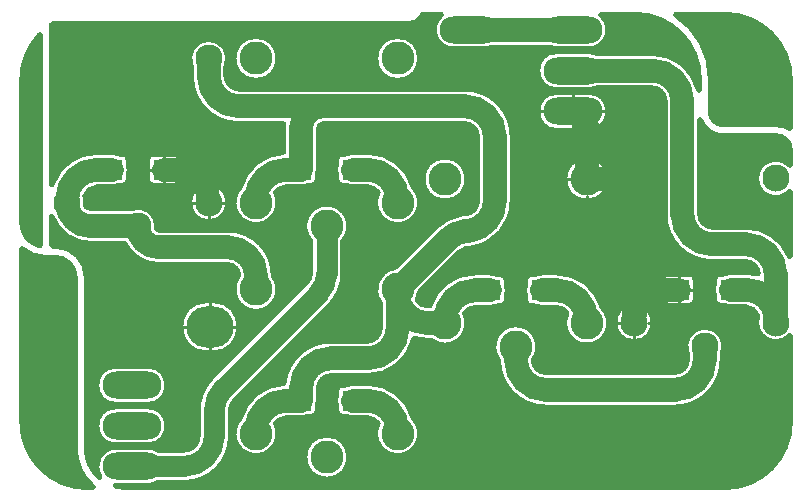
<source format=gbl>
G04 Layer: BottomLayer*
G04 EasyEDA Pro v2.2.45.4, 2025-12-25 15:41:57*
G04 Gerber Generator version 0.3*
G04 Scale: 100 percent, Rotated: No, Reflected: No*
G04 Dimensions in millimeters*
G04 Leading zeros omitted, absolute positions, 4 integers and 5 decimals*
G04 Generated by custom config*
%FSLAX45Y45*%
%MOMM*%
%ADD10C,0.5*%
%ADD11C,0.254*%
%ADD12O,5.0X2.3*%
%ADD13O,4.0X3.5*%
%ADD14C,2.3*%
%ADD15C,2.794*%
%ADD16R,1.8X1.7*%
%ADD17C,2.0*%
%ADD18C,1.8001*%
%ADD19C,1.8*%
G75*


G04 Copper Start*
G36*
G01X198040Y3876545D02*
G01X198040Y2106406D01*
G01X198207Y2100288D01*
G01X173732Y2107729D01*
G01X150474Y2118380D01*
G01X128852Y2132048D01*
G01X109254Y2148488D01*
G01X92033Y2167403D01*
G01X77499Y2188454D01*
G01X65915Y2211261D01*
G01X57488Y2235414D01*
G01X52370Y2260477D01*
G01X50654Y2286000D01*
G01X50654Y3502100D01*
G01X52560Y3547824D01*
G01X58266Y3593231D01*
G01X67731Y3638006D01*
G01X80890Y3681837D01*
G01X97651Y3724421D01*
G01X117899Y3765462D01*
G01X141493Y3804676D01*
G01X168268Y3841789D01*
G01X198040Y3876545D01*
G37*
G36*
G01X50654Y2064886D02*
G01X74075Y2046682D01*
G01X99223Y2030949D01*
G01X125837Y2017848D01*
G01X153643Y2007516D01*
G01X182355Y2000058D01*
G01X211674Y1995553D01*
G01X241300Y1994046D01*
G01X330200Y1994046D01*
G01X353717Y1992364D01*
G01X376755Y1987352D01*
G01X398846Y1979113D01*
G01X419539Y1967814D01*
G01X438413Y1953685D01*
G01X455085Y1937013D01*
G01X469214Y1918139D01*
G01X480513Y1897446D01*
G01X488752Y1875355D01*
G01X493764Y1852317D01*
G01X495446Y1828800D01*
G01X495446Y380079D01*
G01X497442Y338759D01*
G01X503413Y297824D01*
G01X513301Y257655D01*
G01X527016Y218626D01*
G01X544429Y181101D01*
G01X565379Y145430D01*
G01X589669Y111944D01*
G01X617075Y80956D01*
G01X647340Y52754D01*
G01X600000Y52754D01*
G01X554635Y54630D01*
G01X509581Y60246D01*
G01X465144Y69564D01*
G01X421628Y82519D01*
G01X379330Y99024D01*
G01X338540Y118965D01*
G01X299536Y142206D01*
G01X262585Y168589D01*
G01X227938Y197933D01*
G01X195833Y230038D01*
G01X166489Y264685D01*
G01X140106Y301636D01*
G01X116865Y340640D01*
G01X96924Y381430D01*
G01X80419Y423728D01*
G01X67464Y467244D01*
G01X58146Y511681D01*
G01X52530Y556735D01*
G01X50654Y602100D01*
G01X50654Y2064886D01*
G37*
G36*
G01X682701Y2891291D02*
G01X644010Y2889437D01*
G01X605674Y2883892D01*
G01X568044Y2874707D01*
G01X531464Y2861967D01*
G01X496270Y2845786D01*
G01X462784Y2826316D01*
G01X431314Y2803732D01*
G01X402147Y2778243D01*
G01X375550Y2750082D01*
G01X351768Y2719507D01*
G01X331019Y2686798D01*
G01X313492Y2652255D01*
G01X299348Y2616194D01*
G01X299348Y3687209D01*
G01X1463133Y3687209D01*
G01X1464260Y3661778D01*
G01X1469270Y3636821D01*
G01X1478045Y3612926D01*
G01X1478045Y3530600D01*
G01X1479993Y3490937D01*
G01X1485820Y3451656D01*
G01X1495469Y3413135D01*
G01X1508847Y3375746D01*
G01X1525826Y3339847D01*
G01X1546241Y3305786D01*
G01X1569897Y3273890D01*
G01X1596565Y3244466D01*
G01X1625989Y3217798D01*
G01X1657885Y3194142D01*
G01X1691946Y3173727D01*
G01X1727844Y3156748D01*
G01X1765234Y3143370D01*
G01X1803755Y3133721D01*
G01X1843036Y3127895D01*
G01X1882699Y3125946D01*
G01X2261636Y3125946D01*
G01X2261636Y3125946D01*
G01X2259853Y3091387D01*
G01X2259853Y2890500D01*
G01X2259853Y2890500D01*
G01X2221424Y2886459D01*
G01X2183556Y2878772D01*
G01X2146594Y2867508D01*
G01X2110875Y2852770D01*
G01X2076724Y2834692D01*
G01X2044454Y2813439D01*
G01X2014357Y2789205D01*
G01X1986710Y2762211D01*
G01X1961763Y2732703D01*
G01X1939744Y2700950D01*
G01X1920854Y2667242D01*
G01X1905266Y2631885D01*
G01X1893121Y2595203D01*
G01X1875148Y2574019D01*
G01X1860450Y2550443D01*
G01X1849340Y2524980D01*
G01X1842055Y2498170D01*
G01X1838750Y2470586D01*
G01X1839496Y2442814D01*
G01X1844276Y2415446D01*
G01X1852988Y2389066D01*
G01X1865448Y2364235D01*
G01X1881389Y2341482D01*
G01X1900472Y2321292D01*
G01X1922291Y2304094D01*
G01X1946381Y2290256D01*
G01X1972229Y2280071D01*
G01X1999284Y2273758D01*
G01X2026969Y2271449D01*
G01X2054696Y2273195D01*
G01X2081873Y2278959D01*
G01X2107922Y2288616D01*
G01X2132288Y2301963D01*
G01X2154452Y2318714D01*
G01X2173941Y2338513D01*
G01X2190341Y2360938D01*
G01X2203302Y2385511D01*
G01X2212548Y2411708D01*
G01X2217882Y2438973D01*
G01X2219191Y2466724D01*
G01X2216447Y2494370D01*
G01X2209708Y2521322D01*
G01X2199117Y2547006D01*
G01X2211982Y2561675D01*
G01X2227374Y2573664D01*
G01X2244746Y2582547D01*
G01X2263477Y2588007D01*
G01X2282901Y2589849D01*
G01X2363431Y2589849D01*
G01X2386969Y2591699D01*
G01X2409731Y2589851D01*
G01X2432510Y2591464D01*
G01X2454784Y2596502D01*
G01X2476041Y2604849D01*
G01X2500507Y2604849D01*
G01X2513617Y2606575D01*
G01X2525834Y2611635D01*
G01X2536325Y2619685D01*
G01X2544374Y2630176D01*
G01X2549435Y2642392D01*
G01X2551161Y2655503D01*
G01X2551161Y2686529D01*
G01X2556689Y2704067D01*
G01X2560039Y2722148D01*
G01X2561161Y2740503D01*
G01X2561161Y2751533D01*
G01X2698763Y2751533D01*
G01X2698763Y2729472D01*
G01X2701985Y2707648D01*
G01X2708359Y2686529D01*
G01X2708359Y2655503D01*
G01X2710085Y2642392D01*
G01X2715145Y2630176D01*
G01X2723195Y2619685D01*
G01X2733686Y2611635D01*
G01X2745903Y2606575D01*
G01X2759013Y2604849D01*
G01X2783479Y2604849D01*
G01X2804488Y2596578D01*
G01X2826497Y2591540D01*
G01X2849013Y2589849D01*
G01X2974899Y2589849D01*
G01X2994323Y2588007D01*
G01X3013054Y2582547D01*
G01X3030426Y2573664D01*
G01X3045818Y2561675D01*
G01X3058683Y2547006D01*
G01X3048092Y2521322D01*
G01X3041353Y2494370D01*
G01X3038609Y2466724D01*
G01X3039918Y2438973D01*
G01X3045252Y2411708D01*
G01X3054498Y2385511D01*
G01X3067459Y2360938D01*
G01X3083859Y2338513D01*
G01X3103348Y2318714D01*
G01X3125512Y2301963D01*
G01X3149878Y2288616D01*
G01X3175927Y2278959D01*
G01X3203104Y2273195D01*
G01X3230831Y2271449D01*
G01X3258516Y2273758D01*
G01X3258516Y2273758D01*
G01X3285571Y2280071D01*
G01X3311419Y2290256D01*
G01X3335509Y2304094D01*
G01X3357328Y2321292D01*
G01X3376411Y2341482D01*
G01X3392352Y2364235D01*
G01X3404812Y2389066D01*
G01X3413524Y2415446D01*
G01X3418304Y2442814D01*
G01X3419050Y2470586D01*
G01X3415745Y2498170D01*
G01X3408460Y2524980D01*
G01X3397350Y2550443D01*
G01X3382652Y2574019D01*
G01X3364679Y2595203D01*
G01X3351893Y2633540D01*
G01X3339681Y2660753D01*
G01X3438798Y2660753D01*
G01X3440736Y2633663D01*
G01X3446509Y2607124D01*
G01X3456000Y2581677D01*
G01X3469016Y2557840D01*
G01X3485292Y2536098D01*
G01X3504497Y2516893D01*
G01X3526239Y2500617D01*
G01X3550076Y2487601D01*
G01X3575523Y2478110D01*
G01X3602062Y2472336D01*
G01X3629152Y2470399D01*
G01X3656242Y2472336D01*
G01X3682781Y2478110D01*
G01X3708228Y2487601D01*
G01X3732065Y2500617D01*
G01X3753807Y2516893D01*
G01X3773012Y2536098D01*
G01X3789288Y2557840D01*
G01X3802304Y2581677D01*
G01X3811795Y2607124D01*
G01X3817568Y2633663D01*
G01X3819506Y2660753D01*
G01X3817568Y2687843D01*
G01X3811795Y2714382D01*
G01X3802304Y2739829D01*
G01X3789288Y2763666D01*
G01X3773012Y2785408D01*
G01X3753807Y2804613D01*
G01X3732065Y2820889D01*
G01X3708228Y2833905D01*
G01X3682781Y2843396D01*
G01X3656242Y2849169D01*
G01X3629152Y2851107D01*
G01X3629152Y2851107D01*
G01X3602062Y2849169D01*
G01X3575523Y2843396D01*
G01X3550076Y2833905D01*
G01X3526239Y2820889D01*
G01X3504497Y2804613D01*
G01X3485292Y2785408D01*
G01X3469016Y2763666D01*
G01X3456000Y2739829D01*
G01X3446509Y2714382D01*
G01X3440736Y2687843D01*
G01X3438798Y2660753D01*
G01X3339681Y2660753D01*
G01X3335347Y2670409D01*
G01X3315206Y2705445D01*
G01X3291671Y2738296D01*
G01X3264977Y2768637D01*
G01X3235389Y2796163D01*
G01X3203203Y2820601D01*
G01X3168740Y2841707D01*
G01X3132344Y2859270D01*
G01X3094378Y2873116D01*
G01X3055220Y2883105D01*
G01X3015261Y2889139D01*
G01X2974899Y2891157D01*
G01X2849013Y2891157D01*
G01X2849013Y2891157D01*
G01X2826497Y2889465D01*
G01X2804488Y2884427D01*
G01X2783479Y2876156D01*
G01X2759013Y2876156D01*
G01X2745903Y2874430D01*
G01X2733686Y2869370D01*
G01X2723195Y2861320D01*
G01X2715145Y2850829D01*
G01X2710085Y2838613D01*
G01X2708359Y2825502D01*
G01X2708359Y2794476D01*
G01X2701985Y2773357D01*
G01X2698763Y2751533D01*
G01X2561161Y2751533D01*
G01X2561161Y3091387D01*
G01X2562852Y3102066D01*
G01X2567761Y3111700D01*
G01X2575407Y3119346D01*
G01X2585041Y3124255D01*
G01X2595720Y3125946D01*
G01X3797300Y3125946D01*
G01X3817462Y3123960D01*
G01X3836849Y3118079D01*
G01X3854716Y3108529D01*
G01X3870377Y3095677D01*
G01X3883229Y3080016D01*
G01X3892779Y3062149D01*
G01X3898660Y3042762D01*
G01X3900646Y3022600D01*
G01X3900646Y2473932D01*
G01X3899003Y2455576D01*
G01X3894126Y2437805D01*
G01X3886170Y2421182D01*
G01X3875388Y2406236D01*
G01X3862123Y2393443D01*
G01X3846796Y2383210D01*
G01X3829896Y2375861D01*
G01X3811959Y2371631D01*
G01X3797300Y2370586D01*
G01X3794524Y2370586D01*
G01X3773154Y2369063D01*
G01X3736649Y2362108D01*
G01X3700936Y2351834D01*
G01X3666316Y2338326D01*
G01X3633082Y2321700D01*
G01X3601512Y2302095D01*
G01X3571875Y2279677D01*
G01X3544419Y2254634D01*
G01X3204593Y1914809D01*
G01X3204593Y1914809D01*
G01X3178477Y1909575D01*
G01X3153346Y1900746D01*
G01X3129694Y1888496D01*
G01X3107983Y1873065D01*
G01X3088639Y1854754D01*
G01X3072040Y1833922D01*
G01X3058511Y1810977D01*
G01X3048318Y1786369D01*
G01X3041660Y1760578D01*
G01X3038667Y1734111D01*
G01X3039397Y1707484D01*
G01X3043837Y1681221D01*
G01X3051900Y1655834D01*
G01X3063428Y1631822D01*
G01X3078194Y1609653D01*
G01X3078194Y1397140D01*
G01X3076208Y1376979D01*
G01X3070327Y1357592D01*
G01X3060777Y1339725D01*
G01X3047925Y1324064D01*
G01X3032264Y1311211D01*
G01X3014397Y1301661D01*
G01X2995010Y1295780D01*
G01X2974848Y1293794D01*
G01X2664507Y1293794D01*
G01X2625247Y1291885D01*
G01X2586357Y1286176D01*
G01X2548204Y1276721D01*
G01X2511149Y1263608D01*
G01X2475541Y1246963D01*
G01X2441716Y1226941D01*
G01X2409993Y1203731D01*
G01X2380671Y1177554D01*
G01X2354028Y1148655D01*
G01X2330314Y1117307D01*
G01X2309754Y1083807D01*
G01X2292540Y1048470D01*
G01X2278837Y1011629D01*
G01X2268772Y973633D01*
G01X2262442Y934839D01*
G01X2223791Y931016D01*
G01X2185684Y923505D01*
G01X2148474Y912375D01*
G01X2112501Y897729D01*
G01X2078099Y879702D01*
G01X2045583Y858460D01*
G01X2015254Y834198D01*
G01X1987390Y807140D01*
G01X1962248Y777536D01*
G01X1940061Y745657D01*
G01X1921032Y711799D01*
G01X1905337Y676272D01*
G01X1893121Y639403D01*
G01X1875148Y618219D01*
G01X1860450Y594643D01*
G01X1849340Y569180D01*
G01X1842055Y542370D01*
G01X1838750Y514786D01*
G01X1839496Y487014D01*
G01X1844276Y459646D01*
G01X1852988Y433266D01*
G01X1865448Y408435D01*
G01X1881389Y385682D01*
G01X1900472Y365492D01*
G01X1922291Y348294D01*
G01X1946381Y334456D01*
G01X1972229Y324271D01*
G01X1999284Y317958D01*
G01X2026969Y315649D01*
G01X2054696Y317395D01*
G01X2081873Y323159D01*
G01X2107922Y332816D01*
G01X2132288Y346163D01*
G01X2154452Y362914D01*
G01X2173941Y382713D01*
G01X2190341Y405138D01*
G01X2203302Y429711D01*
G01X2212548Y455908D01*
G01X2217882Y483173D01*
G01X2219191Y510924D01*
G01X2216447Y538570D01*
G01X2209708Y565522D01*
G01X2199117Y591206D01*
G01X2199117Y591206D01*
G01X2211982Y605875D01*
G01X2227374Y617864D01*
G01X2244746Y626747D01*
G01X2263477Y632207D01*
G01X2282901Y634049D01*
G01X2410507Y634049D01*
G01X2433022Y635740D01*
G01X2455031Y640778D01*
G01X2476041Y649049D01*
G01X2500507Y649049D01*
G01X2513617Y650775D01*
G01X2525834Y655835D01*
G01X2536325Y663885D01*
G01X2544374Y674376D01*
G01X2549435Y686592D01*
G01X2551161Y699703D01*
G01X2551161Y730729D01*
G01X2556689Y748267D01*
G01X2560039Y766348D01*
G01X2561161Y784703D01*
G01X2561161Y795733D01*
G01X2698763Y795733D01*
G01X2698763Y773672D01*
G01X2701985Y751848D01*
G01X2708359Y730729D01*
G01X2708359Y699703D01*
G01X2710085Y686592D01*
G01X2715145Y674376D01*
G01X2723195Y663885D01*
G01X2733686Y655835D01*
G01X2745903Y650775D01*
G01X2759013Y649049D01*
G01X2783479Y649049D01*
G01X2804488Y640778D01*
G01X2826497Y635740D01*
G01X2849013Y634049D01*
G01X2974899Y634049D01*
G01X2994323Y632207D01*
G01X3013054Y626747D01*
G01X3030426Y617864D01*
G01X3045818Y605875D01*
G01X3058683Y591206D01*
G01X3048092Y565522D01*
G01X3041353Y538570D01*
G01X3038609Y510924D01*
G01X3039918Y483173D01*
G01X3045252Y455908D01*
G01X3054498Y429711D01*
G01X3067459Y405138D01*
G01X3083859Y382713D01*
G01X3103348Y362914D01*
G01X3125512Y346163D01*
G01X3149878Y332816D01*
G01X3175927Y323159D01*
G01X3203104Y317395D01*
G01X3230831Y315649D01*
G01X3258516Y317958D01*
G01X3258516Y317958D01*
G01X3285571Y324271D01*
G01X3311419Y334456D01*
G01X3335509Y348294D01*
G01X3357328Y365492D01*
G01X3376411Y385682D01*
G01X3392352Y408435D01*
G01X3404812Y433266D01*
G01X3413524Y459646D01*
G01X3418304Y487014D01*
G01X3419050Y514786D01*
G01X3415745Y542370D01*
G01X3408460Y569180D01*
G01X3397350Y594643D01*
G01X3382652Y618219D01*
G01X3364679Y639403D01*
G01X3351893Y677740D01*
G01X3335347Y714609D01*
G01X3315206Y749645D01*
G01X3291671Y782496D01*
G01X3264977Y812837D01*
G01X3235389Y840363D01*
G01X3203203Y864801D01*
G01X3168740Y885907D01*
G01X3132344Y903470D01*
G01X3094378Y917316D01*
G01X3055220Y927305D01*
G01X3015261Y933339D01*
G01X2974899Y935357D01*
G01X2849013Y935357D01*
G01X2849013Y935357D01*
G01X2826497Y933665D01*
G01X2804488Y928627D01*
G01X2783479Y920356D01*
G01X2759013Y920356D01*
G01X2745903Y918630D01*
G01X2733686Y913570D01*
G01X2723195Y905520D01*
G01X2715145Y895029D01*
G01X2710085Y882813D01*
G01X2708359Y869702D01*
G01X2708359Y838676D01*
G01X2701985Y817557D01*
G01X2698763Y795733D01*
G01X2561161Y795733D01*
G01X2561161Y889140D01*
G01X2563147Y909302D01*
G01X2569028Y928689D01*
G01X2578578Y946556D01*
G01X2591430Y962217D01*
G01X2607091Y975070D01*
G01X2624958Y984620D01*
G01X2644345Y990501D01*
G01X2664507Y992486D01*
G01X2974848Y992486D01*
G01X3013652Y994351D01*
G01X3052097Y999928D01*
G01X3089831Y1009167D01*
G01X3126505Y1021981D01*
G01X3161782Y1038252D01*
G01X3195335Y1057832D01*
G01X3226856Y1080539D01*
G01X3256055Y1106164D01*
G01X3282662Y1134470D01*
G01X3306431Y1165198D01*
G01X3327145Y1198063D01*
G01X3344612Y1232764D01*
G01X3350532Y1248014D01*
G01X4038885Y1248014D01*
G01X4039717Y1221542D01*
G01X4044214Y1195442D01*
G01X4052291Y1170219D01*
G01X4063790Y1146361D01*
G01X4078490Y1124331D01*
G01X4078490Y1124331D01*
G01X4080982Y1085071D01*
G01X4087273Y1046240D01*
G01X4097306Y1008202D01*
G01X4110985Y971319D01*
G01X4128180Y935938D01*
G01X4148730Y902394D01*
G01X4172439Y871003D01*
G01X4199085Y842064D01*
G01X4228414Y815848D01*
G01X4260151Y792604D01*
G01X4293995Y772551D01*
G01X4329625Y755880D01*
G01X4366707Y742747D01*
G01X4404888Y733276D01*
G01X4443808Y727558D01*
G01X4483100Y725646D01*
G01X4483100Y725646D01*
G01X5575300Y725646D01*
G01X5614963Y727595D01*
G01X5654244Y733421D01*
G01X5692765Y743070D01*
G01X5730154Y756448D01*
G01X5766053Y773427D01*
G01X5800114Y793842D01*
G01X5832010Y817498D01*
G01X5861434Y844166D01*
G01X5888102Y873590D01*
G01X5911758Y905486D01*
G01X5932173Y939547D01*
G01X5949152Y975446D01*
G01X5962530Y1012835D01*
G01X5972179Y1051356D01*
G01X5978005Y1090637D01*
G01X5979954Y1130300D01*
G01X5979954Y1176913D01*
G01X5988729Y1200809D01*
G01X5993739Y1225766D01*
G01X5994866Y1251196D01*
G01X5992083Y1276499D01*
G01X5985457Y1301077D01*
G01X5975143Y1324349D01*
G01X5961385Y1345767D01*
G01X5944509Y1364823D01*
G01X5924912Y1381069D01*
G01X5903057Y1394121D01*
G01X5879461Y1403670D01*
G01X5854680Y1409492D01*
G01X5829300Y1411448D01*
G01X5803920Y1409492D01*
G01X5779139Y1403670D01*
G01X5755543Y1394121D01*
G01X5733688Y1381069D01*
G01X5714091Y1364823D01*
G01X5697215Y1345767D01*
G01X5683457Y1324349D01*
G01X5673143Y1301077D01*
G01X5666517Y1276499D01*
G01X5663734Y1251196D01*
G01X5664861Y1225766D01*
G01X5669871Y1200809D01*
G01X5678646Y1176913D01*
G01X5678646Y1130300D01*
G01X5676660Y1110138D01*
G01X5670779Y1090751D01*
G01X5661229Y1072884D01*
G01X5648377Y1057223D01*
G01X5632716Y1044371D01*
G01X5614849Y1034821D01*
G01X5595462Y1028940D01*
G01X5575300Y1026954D01*
G01X4483100Y1026954D01*
G01X4463639Y1028803D01*
G01X4444874Y1034284D01*
G01X4427477Y1043200D01*
G01X4412070Y1055232D01*
G01X4399205Y1069951D01*
G01X4389341Y1086829D01*
G01X4382833Y1105263D01*
G01X4379912Y1124592D01*
G01X4394573Y1146648D01*
G01X4406031Y1170526D01*
G01X4414064Y1195763D01*
G01X4418516Y1221871D01*
G01X4419302Y1248344D01*
G01X4416406Y1274670D01*
G01X4409883Y1300339D01*
G01X4399862Y1324854D01*
G01X4386534Y1347741D01*
G01X4370159Y1368557D01*
G01X4351053Y1386898D01*
G01X4329586Y1402410D01*
G01X4306175Y1414793D01*
G01X4281271Y1423806D01*
G01X4255357Y1429275D01*
G01X4228935Y1431094D01*
G01X4202516Y1429229D01*
G01X4176612Y1423715D01*
G01X4151723Y1414659D01*
G01X4128333Y1402236D01*
G01X4106894Y1386686D01*
G01X4087820Y1368312D01*
G01X4071481Y1347468D01*
G01X4058193Y1324558D01*
G01X4048213Y1300025D01*
G01X4041736Y1274345D01*
G01X4038885Y1248014D01*
G01X3350532Y1248014D01*
G01X3358670Y1268979D01*
G01X3369191Y1306376D01*
G01X3406504Y1297353D01*
G01X3444503Y1291907D01*
G01X3482848Y1290086D01*
G01X3512748Y1290086D01*
G01X3534022Y1275832D01*
G01X3557017Y1264563D01*
G01X3581316Y1256482D01*
G01X3606480Y1251735D01*
G01X3632053Y1250409D01*
G01X3657573Y1252527D01*
G01X3682578Y1258052D01*
G01X3706615Y1266883D01*
G01X3729249Y1278860D01*
G01X3750070Y1293767D01*
G01X3768703Y1311334D01*
G01X3784809Y1331242D01*
G01X3798097Y1353132D01*
G01X3808327Y1376608D01*
G01X3815313Y1401244D01*
G01X3818929Y1426595D01*
G01X3819110Y1452202D01*
G01X3815852Y1477602D01*
G01X3809214Y1502335D01*
G01X3799317Y1525952D01*
G01X3812182Y1540621D01*
G01X3827574Y1552611D01*
G01X3844946Y1561494D01*
G01X3863677Y1566953D01*
G01X3883101Y1568795D01*
G01X4010707Y1568795D01*
G01X4033222Y1570487D01*
G01X4055231Y1575525D01*
G01X4076241Y1583795D01*
G01X4100707Y1583795D01*
G01X4113817Y1585521D01*
G01X4126034Y1590582D01*
G01X4136525Y1598632D01*
G01X4144574Y1609122D01*
G01X4149635Y1621339D01*
G01X4151361Y1634449D01*
G01X4151361Y1665476D01*
G01X4157735Y1686595D01*
G01X4160957Y1708419D01*
G01X4160957Y1708419D01*
G01X4298963Y1708419D01*
G01X4302185Y1686595D01*
G01X4308559Y1665476D01*
G01X4308559Y1634449D01*
G01X4310285Y1621339D01*
G01X4315345Y1609122D01*
G01X4323395Y1598632D01*
G01X4333886Y1590582D01*
G01X4346103Y1585521D01*
G01X4359213Y1583795D01*
G01X4383679Y1583795D01*
G01X4404688Y1575525D01*
G01X4426697Y1570487D01*
G01X4449213Y1568795D01*
G01X4575099Y1568795D01*
G01X4594523Y1566953D01*
G01X4613254Y1561494D01*
G01X4630626Y1552611D01*
G01X4646018Y1540621D01*
G01X4658883Y1525952D01*
G01X4648292Y1500268D01*
G01X4641553Y1473317D01*
G01X4638809Y1445671D01*
G01X4640118Y1417920D01*
G01X4645452Y1390655D01*
G01X4654698Y1364457D01*
G01X4667659Y1339884D01*
G01X4684059Y1317459D01*
G01X4703548Y1297661D01*
G01X4725712Y1280910D01*
G01X4750078Y1267563D01*
G01X4776127Y1257905D01*
G01X4803304Y1252142D01*
G01X4831031Y1250396D01*
G01X4858716Y1252704D01*
G01X4858716Y1252704D01*
G01X4885771Y1259018D01*
G01X4911619Y1269203D01*
G01X4935709Y1283041D01*
G01X4957528Y1300239D01*
G01X4976611Y1320429D01*
G01X4992552Y1343182D01*
G01X5005012Y1368013D01*
G01X5013724Y1394393D01*
G01X5018504Y1421761D01*
G01X5019250Y1449532D01*
G01X5018208Y1458224D01*
G01X5064111Y1458224D01*
G01X5064111Y1433465D01*
G01X5067801Y1408983D01*
G01X5075099Y1385324D01*
G01X5085841Y1363017D01*
G01X5099788Y1342561D01*
G01X5116628Y1324411D01*
G01X5135985Y1308975D01*
G01X5157427Y1296595D01*
G01X5180474Y1287550D01*
G01X5204612Y1282041D01*
G01X5229301Y1280190D01*
G01X5229301Y1280190D01*
G01X5253991Y1282041D01*
G01X5278128Y1287550D01*
G01X5301176Y1296595D01*
G01X5322617Y1308975D01*
G01X5341974Y1324411D01*
G01X5358814Y1342561D01*
G01X5372762Y1363017D01*
G01X5383504Y1385324D01*
G01X5390802Y1408983D01*
G01X5394492Y1433465D01*
G01X5394492Y1458224D01*
G01X5390802Y1482706D01*
G01X5383504Y1506364D01*
G01X5372762Y1528671D01*
G01X5358814Y1549128D01*
G01X5341974Y1567277D01*
G01X5322617Y1582714D01*
G01X5301176Y1595093D01*
G01X5278128Y1604138D01*
G01X5253991Y1609648D01*
G01X5229301Y1611498D01*
G01X5204612Y1609648D01*
G01X5180474Y1604138D01*
G01X5157427Y1595093D01*
G01X5135985Y1582714D01*
G01X5116628Y1567277D01*
G01X5099788Y1549128D01*
G01X5085841Y1528671D01*
G01X5075099Y1506364D01*
G01X5067801Y1482706D01*
G01X5064111Y1458224D01*
G01X5018208Y1458224D01*
G01X5015945Y1477117D01*
G01X5008660Y1503926D01*
G01X4997550Y1529390D01*
G01X4982852Y1552965D01*
G01X4964879Y1574150D01*
G01X4952093Y1612486D01*
G01X4935547Y1649356D01*
G01X4915406Y1684391D01*
G01X4891871Y1717243D01*
G01X4865177Y1747583D01*
G01X4835589Y1775110D01*
G01X4803403Y1799548D01*
G01X4786929Y1809637D01*
G01X5469152Y1809637D01*
G01X5469152Y1639637D01*
G01X5470878Y1626527D01*
G01X5475938Y1614310D01*
G01X5483988Y1603820D01*
G01X5494479Y1595770D01*
G01X5506696Y1590709D01*
G01X5519806Y1588983D01*
G01X5699806Y1588983D01*
G01X5712916Y1590709D01*
G01X5725133Y1595770D01*
G01X5735623Y1603820D01*
G01X5743673Y1614310D01*
G01X5748734Y1626527D01*
G01X5750460Y1639637D01*
G01X5750460Y1809637D01*
G01X5750460Y1809637D01*
G01X5748734Y1822747D01*
G01X5743673Y1834964D01*
G01X5735623Y1845455D01*
G01X5725133Y1853505D01*
G01X5712916Y1858565D01*
G01X5699806Y1860291D01*
G01X5519806Y1860291D01*
G01X5506696Y1858565D01*
G01X5494479Y1853505D01*
G01X5483988Y1845455D01*
G01X5475938Y1834964D01*
G01X5470878Y1822747D01*
G01X5469152Y1809637D01*
G01X4786929Y1809637D01*
G01X4768940Y1820654D01*
G01X4732544Y1838217D01*
G01X4694578Y1852062D01*
G01X4655420Y1862052D01*
G01X4615461Y1868085D01*
G01X4575099Y1870103D01*
G01X4449213Y1870103D01*
G01X4449213Y1870103D01*
G01X4426697Y1868411D01*
G01X4404688Y1863373D01*
G01X4383679Y1855103D01*
G01X4359213Y1855103D01*
G01X4346103Y1853377D01*
G01X4333886Y1848317D01*
G01X4323395Y1840267D01*
G01X4315345Y1829776D01*
G01X4310285Y1817559D01*
G01X4308559Y1804449D01*
G01X4308559Y1773423D01*
G01X4302185Y1752303D01*
G01X4298963Y1730479D01*
G01X4298963Y1708419D01*
G01X4160957Y1708419D01*
G01X4160957Y1730479D01*
G01X4157735Y1752303D01*
G01X4151361Y1773423D01*
G01X4151361Y1804449D01*
G01X4149635Y1817559D01*
G01X4144574Y1829776D01*
G01X4136525Y1840267D01*
G01X4126034Y1848317D01*
G01X4113817Y1853377D01*
G01X4100707Y1855103D01*
G01X4076241Y1855103D01*
G01X4055231Y1863373D01*
G01X4033222Y1868411D01*
G01X4010707Y1870103D01*
G01X3883101Y1870103D01*
G01X3844119Y1868221D01*
G01X3805499Y1862592D01*
G01X3767601Y1853270D01*
G01X3730778Y1840339D01*
G01X3695372Y1823922D01*
G01X3661711Y1804169D01*
G01X3630110Y1781266D01*
G01X3600863Y1755426D01*
G01X3574241Y1726888D01*
G01X3550492Y1695918D01*
G01X3529836Y1662804D01*
G01X3512467Y1627854D01*
G01X3498546Y1591394D01*
G01X3482848Y1591394D01*
G01X3462758Y1593366D01*
G01X3443434Y1599205D01*
G01X3425614Y1608690D01*
G01X3409978Y1621457D01*
G01X3397122Y1637021D01*
G01X3406534Y1657726D01*
G01X3413410Y1679406D01*
G01X3417650Y1701752D01*
G01X3757475Y2041577D01*
G01X3772553Y2054037D01*
G01X3789709Y2063433D01*
G01X3808328Y2069428D01*
G01X3808328Y2069428D01*
G01X3831570Y2070732D01*
G01X3854698Y2073369D01*
G01X3854698Y2073369D01*
G01X3892526Y2080642D01*
G01X3929492Y2091479D01*
G01X3965259Y2105782D01*
G01X3999505Y2123421D01*
G01X4031918Y2144236D01*
G01X4062205Y2168039D01*
G01X4090091Y2194614D01*
G01X4115324Y2223721D01*
G01X4137675Y2255095D01*
G01X4156941Y2288452D01*
G01X4172949Y2323490D01*
G01X4185552Y2359891D01*
G01X4194637Y2397325D01*
G01X4200120Y2435454D01*
G01X4201954Y2473932D01*
G01X4201954Y2660753D01*
G01X4638694Y2660753D01*
G01X4640632Y2633663D01*
G01X4646405Y2607124D01*
G01X4655896Y2581677D01*
G01X4668912Y2557840D01*
G01X4685188Y2536098D01*
G01X4704393Y2516893D01*
G01X4726135Y2500617D01*
G01X4749972Y2487601D01*
G01X4775419Y2478110D01*
G01X4801958Y2472336D01*
G01X4829048Y2470399D01*
G01X4856138Y2472336D01*
G01X4882677Y2478110D01*
G01X4908124Y2487601D01*
G01X4931961Y2500617D01*
G01X4953703Y2516893D01*
G01X4972908Y2536098D01*
G01X4989184Y2557840D01*
G01X5002200Y2581677D01*
G01X5011691Y2607124D01*
G01X5017464Y2633663D01*
G01X5019402Y2660753D01*
G01X5017464Y2687843D01*
G01X5011691Y2714382D01*
G01X5002200Y2739829D01*
G01X4989184Y2763666D01*
G01X4972908Y2785408D01*
G01X4953703Y2804613D01*
G01X4931961Y2820889D01*
G01X4908124Y2833905D01*
G01X4882677Y2843396D01*
G01X4856138Y2849169D01*
G01X4829048Y2851107D01*
G01X4829048Y2851107D01*
G01X4801958Y2849169D01*
G01X4775419Y2843396D01*
G01X4749972Y2833905D01*
G01X4726135Y2820889D01*
G01X4704393Y2804613D01*
G01X4685188Y2785408D01*
G01X4668912Y2763666D01*
G01X4655896Y2739829D01*
G01X4646405Y2714382D01*
G01X4640632Y2687843D01*
G01X4638694Y2660753D01*
G01X4201954Y2660753D01*
G01X4201954Y3022600D01*
G01X4200005Y3062263D01*
G01X4194179Y3101544D01*
G01X4184530Y3140065D01*
G01X4171152Y3177454D01*
G01X4154173Y3213353D01*
G01X4134725Y3245799D01*
G01X4411509Y3245799D01*
G01X4411509Y3221041D01*
G01X4415199Y3196559D01*
G01X4422497Y3172900D01*
G01X4433239Y3150593D01*
G01X4447187Y3130136D01*
G01X4464027Y3111987D01*
G01X4483384Y3096550D01*
G01X4504825Y3084171D01*
G01X4527873Y3075126D01*
G01X4552011Y3069616D01*
G01X4576700Y3067766D01*
G01X4846700Y3067766D01*
G01X4871389Y3069616D01*
G01X4895527Y3075126D01*
G01X4918575Y3084171D01*
G01X4940016Y3096550D01*
G01X4959373Y3111987D01*
G01X4976213Y3130136D01*
G01X4990161Y3150593D01*
G01X5000903Y3172900D01*
G01X5008201Y3196559D01*
G01X5011891Y3221041D01*
G01X5011891Y3245799D01*
G01X5008201Y3270281D01*
G01X5000903Y3293940D01*
G01X4990161Y3316247D01*
G01X4976213Y3336704D01*
G01X4959373Y3354853D01*
G01X4940016Y3370290D01*
G01X4918575Y3382669D01*
G01X4895527Y3391714D01*
G01X4871389Y3397224D01*
G01X4846700Y3399074D01*
G01X4846700Y3399074D01*
G01X4576700Y3399074D01*
G01X4552011Y3397224D01*
G01X4527873Y3391714D01*
G01X4504825Y3382669D01*
G01X4483384Y3370290D01*
G01X4464027Y3354853D01*
G01X4447187Y3336704D01*
G01X4433239Y3316247D01*
G01X4422497Y3293940D01*
G01X4415199Y3270281D01*
G01X4411509Y3245799D01*
G01X4134725Y3245799D01*
G01X4133758Y3247414D01*
G01X4110102Y3279310D01*
G01X4083434Y3308734D01*
G01X4054010Y3335402D01*
G01X4022114Y3359058D01*
G01X3988053Y3379473D01*
G01X3952154Y3396452D01*
G01X3914765Y3409830D01*
G01X3876244Y3419479D01*
G01X3836963Y3425305D01*
G01X3797300Y3427254D01*
G01X1882699Y3427254D01*
G01X1862537Y3429240D01*
G01X1843150Y3435121D01*
G01X1825283Y3444671D01*
G01X1809622Y3457523D01*
G01X1796770Y3473184D01*
G01X1787220Y3491051D01*
G01X1781339Y3510438D01*
G01X1779353Y3530600D01*
G01X1779353Y3612926D01*
G01X1788127Y3636821D01*
G01X1793137Y3661778D01*
G01X1794025Y3681806D01*
G01X1838598Y3681806D01*
G01X1840536Y3654716D01*
G01X1846309Y3628177D01*
G01X1855800Y3602730D01*
G01X1868816Y3578893D01*
G01X1885092Y3557151D01*
G01X1904297Y3537946D01*
G01X1926039Y3521670D01*
G01X1949876Y3508654D01*
G01X1975323Y3499163D01*
G01X2001862Y3493390D01*
G01X2028952Y3491452D01*
G01X2056042Y3493390D01*
G01X2082581Y3499163D01*
G01X2108028Y3508654D01*
G01X2131865Y3521670D01*
G01X2153607Y3537946D01*
G01X2172812Y3557151D01*
G01X2189088Y3578893D01*
G01X2202104Y3602730D01*
G01X2211595Y3628177D01*
G01X2217368Y3654716D01*
G01X2219306Y3681806D01*
G01X3038494Y3681806D01*
G01X3040432Y3654716D01*
G01X3046205Y3628177D01*
G01X3055696Y3602730D01*
G01X3068712Y3578893D01*
G01X3084988Y3557151D01*
G01X3104193Y3537946D01*
G01X3125935Y3521670D01*
G01X3149772Y3508654D01*
G01X3175219Y3499163D01*
G01X3201758Y3493390D01*
G01X3228848Y3491452D01*
G01X3255938Y3493390D01*
G01X3282477Y3499163D01*
G01X3307924Y3508654D01*
G01X3331761Y3521670D01*
G01X3353503Y3537946D01*
G01X3372708Y3557151D01*
G01X3388984Y3578893D01*
G01X3402000Y3602730D01*
G01X3411491Y3628177D01*
G01X3417264Y3654716D01*
G01X3419202Y3681806D01*
G01X3417264Y3708896D01*
G01X3411491Y3735435D01*
G01X3402000Y3760882D01*
G01X3388984Y3784719D01*
G01X3372708Y3806462D01*
G01X3353503Y3825666D01*
G01X3331761Y3841942D01*
G01X3307924Y3854958D01*
G01X3282477Y3864449D01*
G01X3255938Y3870223D01*
G01X3228848Y3872160D01*
G01X3228848Y3872160D01*
G01X3201758Y3870223D01*
G01X3175219Y3864449D01*
G01X3149772Y3854958D01*
G01X3125935Y3841942D01*
G01X3104193Y3825666D01*
G01X3084988Y3806462D01*
G01X3068712Y3784719D01*
G01X3055696Y3760882D01*
G01X3046205Y3735435D01*
G01X3040432Y3708896D01*
G01X3038494Y3681806D01*
G01X2219306Y3681806D01*
G01X2217368Y3708896D01*
G01X2211595Y3735435D01*
G01X2202104Y3760882D01*
G01X2189088Y3784719D01*
G01X2172812Y3806462D01*
G01X2153607Y3825666D01*
G01X2131865Y3841942D01*
G01X2108028Y3854958D01*
G01X2082581Y3864449D01*
G01X2056042Y3870223D01*
G01X2028952Y3872160D01*
G01X2028952Y3872160D01*
G01X2001862Y3870223D01*
G01X1975323Y3864449D01*
G01X1949876Y3854958D01*
G01X1926039Y3841942D01*
G01X1904297Y3825666D01*
G01X1885092Y3806462D01*
G01X1868816Y3784719D01*
G01X1855800Y3760882D01*
G01X1846309Y3735435D01*
G01X1840536Y3708896D01*
G01X1838598Y3681806D01*
G01X1794025Y3681806D01*
G01X1794264Y3687209D01*
G01X1791482Y3712512D01*
G01X1784856Y3737089D01*
G01X1774542Y3760362D01*
G01X1760784Y3781779D01*
G01X1743908Y3800836D01*
G01X1724311Y3817082D01*
G01X1702456Y3830134D01*
G01X1678860Y3839683D01*
G01X1654079Y3845504D01*
G01X1628699Y3847460D01*
G01X1603319Y3845504D01*
G01X1578538Y3839683D01*
G01X1554942Y3830134D01*
G01X1533087Y3817082D01*
G01X1513490Y3800836D01*
G01X1496613Y3781779D01*
G01X1482856Y3760362D01*
G01X1472542Y3737089D01*
G01X1465916Y3712512D01*
G01X1463133Y3687209D01*
G01X299348Y3687209D01*
G01X299348Y3961871D01*
G01X314435Y3971390D01*
G01X3323554Y3971390D01*
G01X3345352Y3973221D01*
G01X3366539Y3978661D01*
G01X3386523Y3987558D01*
G01X3404743Y3999663D01*
G01X3420689Y4014637D01*
G01X3433915Y4032061D01*
G01X3444049Y4051446D01*
G01X3594216Y4051446D01*
G01X3576094Y4033795D01*
G01X3560871Y4013590D01*
G01X3548902Y3991304D01*
G01X3540466Y3967454D01*
G01X3535760Y3942598D01*
G01X3534893Y3917315D01*
G01X3537887Y3892195D01*
G01X3544670Y3867824D01*
G01X3555086Y3844770D01*
G01X3568890Y3823571D01*
G01X3585761Y3804721D01*
G01X3605306Y3788660D01*
G01X3627068Y3775761D01*
G01X3650541Y3766328D01*
G01X3675176Y3760578D01*
G01X3700400Y3758646D01*
G01X3970400Y3758646D01*
G01X3993999Y3760336D01*
G01X4017117Y3765370D01*
G01X4039281Y3773646D01*
G01X4507819Y3773646D01*
G01X4529983Y3765370D01*
G01X4553101Y3760336D01*
G01X4576700Y3758646D01*
G01X4846700Y3758646D01*
G01X4871924Y3760578D01*
G01X4896559Y3766328D01*
G01X4920032Y3775761D01*
G01X4941794Y3788660D01*
G01X4961339Y3804721D01*
G01X4978210Y3823571D01*
G01X4992014Y3844770D01*
G01X5002430Y3867824D01*
G01X5009213Y3892195D01*
G01X5012207Y3917315D01*
G01X5011340Y3942598D01*
G01X5006634Y3967454D01*
G01X4998198Y3991304D01*
G01X4986229Y4013590D01*
G01X4971006Y4033795D01*
G01X4952884Y4051446D01*
G01X5239442Y4051446D01*
G01X5283969Y4049604D01*
G01X5328192Y4044092D01*
G01X5371809Y4034947D01*
G01X5414522Y4022231D01*
G01X5456038Y4006031D01*
G01X5496075Y3986458D01*
G01X5534359Y3963646D01*
G01X5570628Y3937750D01*
G01X5604635Y3908947D01*
G01X5636147Y3877435D01*
G01X5664950Y3843428D01*
G01X5690846Y3807159D01*
G01X5713658Y3768875D01*
G01X5733231Y3728838D01*
G01X5749431Y3687322D01*
G01X5762147Y3644609D01*
G01X5771292Y3600992D01*
G01X5776804Y3556769D01*
G01X5778646Y3512242D01*
G01X5778646Y3417759D01*
G01X5767973Y3454949D01*
G01X5753797Y3490951D01*
G01X5736247Y3525434D01*
G01X5715484Y3558083D01*
G01X5691698Y3588600D01*
G01X5665105Y3616705D01*
G01X5635950Y3642143D01*
G01X5604499Y3664679D01*
G01X5571039Y3684109D01*
G01X5535877Y3700254D01*
G01X5499333Y3712967D01*
G01X5461742Y3722132D01*
G01X5423448Y3727664D01*
G01X5384800Y3729514D01*
G01X4915581Y3729514D01*
G01X4893417Y3737790D01*
G01X4870299Y3742824D01*
G01X4846700Y3744514D01*
G01X4576700Y3744514D01*
G01X4552011Y3742664D01*
G01X4527873Y3737154D01*
G01X4504825Y3728109D01*
G01X4483384Y3715730D01*
G01X4464027Y3700293D01*
G01X4447187Y3682144D01*
G01X4433239Y3661687D01*
G01X4422497Y3639380D01*
G01X4415199Y3615721D01*
G01X4411509Y3591239D01*
G01X4411509Y3566481D01*
G01X4415199Y3541999D01*
G01X4422497Y3518340D01*
G01X4433239Y3496033D01*
G01X4447187Y3475576D01*
G01X4464027Y3457427D01*
G01X4483384Y3441990D01*
G01X4504825Y3429611D01*
G01X4527873Y3420566D01*
G01X4552011Y3415056D01*
G01X4576700Y3413206D01*
G01X4846700Y3413206D01*
G01X4870299Y3414896D01*
G01X4893417Y3419930D01*
G01X4915581Y3428206D01*
G01X5384800Y3428206D01*
G01X5404962Y3426220D01*
G01X5424349Y3420339D01*
G01X5442216Y3410789D01*
G01X5457877Y3397937D01*
G01X5470729Y3382276D01*
G01X5480279Y3364409D01*
G01X5486160Y3345022D01*
G01X5488146Y3324860D01*
G01X5488146Y2362200D01*
G01X5490095Y2322537D01*
G01X5495921Y2283256D01*
G01X5505570Y2244735D01*
G01X5518948Y2207346D01*
G01X5535927Y2171447D01*
G01X5556342Y2137386D01*
G01X5579998Y2105490D01*
G01X5606666Y2076066D01*
G01X5636090Y2049398D01*
G01X5667986Y2025742D01*
G01X5702047Y2005327D01*
G01X5737946Y1988348D01*
G01X5775335Y1974970D01*
G01X5813856Y1965321D01*
G01X5853137Y1959495D01*
G01X5892800Y1957546D01*
G01X6175299Y1957546D01*
G01X6194509Y1955745D01*
G01X6213049Y1950404D01*
G01X6230274Y1941711D01*
G01X6245583Y1929967D01*
G01X6258441Y1915582D01*
G01X6268402Y1899057D01*
G01X6275118Y1880969D01*
G01X6278354Y1861948D01*
G01X6244427Y1869343D01*
G01X6209990Y1873801D01*
G01X6175299Y1875291D01*
G01X6048312Y1875291D01*
G01X6025796Y1873599D01*
G01X6003787Y1868561D01*
G01X5982778Y1860291D01*
G01X5958312Y1860291D01*
G01X5945201Y1858565D01*
G01X5932985Y1853505D01*
G01X5922494Y1845455D01*
G01X5914444Y1834964D01*
G01X5909384Y1822747D01*
G01X5907658Y1809637D01*
G01X5907658Y1778611D01*
G01X5901283Y1757491D01*
G01X5898062Y1735667D01*
G01X5898062Y1713607D01*
G01X5901283Y1691783D01*
G01X5907658Y1670664D01*
G01X5907658Y1639637D01*
G01X5909384Y1626527D01*
G01X5914444Y1614310D01*
G01X5922494Y1603820D01*
G01X5932985Y1595770D01*
G01X5945201Y1590709D01*
G01X5958312Y1588983D01*
G01X5982778Y1588983D01*
G01X6003787Y1580713D01*
G01X6025796Y1575675D01*
G01X6048312Y1573983D01*
G01X6175299Y1573983D01*
G01X6193768Y1572319D01*
G01X6211642Y1567382D01*
G01X6228347Y1559329D01*
G01X6243343Y1548421D01*
G01X6256149Y1535009D01*
G01X6266351Y1519523D01*
G01X6273622Y1502464D01*
G01X6266854Y1478292D01*
G01X6263816Y1453374D01*
G01X6264578Y1428284D01*
G01X6269123Y1403597D01*
G01X6277345Y1379880D01*
G01X6289057Y1357677D01*
G01X6303989Y1337499D01*
G01X6321798Y1319809D01*
G01X6342076Y1305013D01*
G01X6364357Y1293451D01*
G01X6388128Y1285388D01*
G01X6412845Y1281010D01*
G01X6437940Y1280416D01*
G01X6462837Y1283621D01*
G01X6486963Y1290551D01*
G01X6509766Y1301047D01*
G01X6530720Y1314868D01*
G01X6549346Y1331696D01*
G01X6549346Y602100D01*
G01X6547470Y556735D01*
G01X6541854Y511681D01*
G01X6532536Y467244D01*
G01X6519581Y423728D01*
G01X6503076Y381430D01*
G01X6483135Y340640D01*
G01X6459894Y301636D01*
G01X6433511Y264685D01*
G01X6404167Y230038D01*
G01X6372062Y197933D01*
G01X6337415Y168589D01*
G01X6300464Y142206D01*
G01X6261460Y118965D01*
G01X6220670Y99024D01*
G01X6178372Y82519D01*
G01X6134856Y69564D01*
G01X6090419Y60246D01*
G01X6045365Y54630D01*
G01X6000000Y52754D01*
G01X924079Y52754D01*
G01X896812Y53892D01*
G01X869734Y57297D01*
G01X843034Y62946D01*
G01X1112900Y62946D01*
G01X1135874Y64547D01*
G01X1158405Y69319D01*
G01X1180056Y77169D01*
G01X1200408Y87946D01*
G01X1422400Y87946D01*
G01X1461083Y89846D01*
G01X1499393Y95529D01*
G01X1536962Y104940D01*
G01X1573428Y117987D01*
G01X1608439Y134546D01*
G01X1641658Y154457D01*
G01X1672766Y177528D01*
G01X1701462Y203538D01*
G01X1727472Y232234D01*
G01X1750543Y263342D01*
G01X1770454Y296561D01*
G01X1774915Y305994D01*
G01X2438546Y305994D01*
G01X2440484Y278904D01*
G01X2446257Y252365D01*
G01X2455748Y226918D01*
G01X2468764Y203081D01*
G01X2485040Y181338D01*
G01X2504245Y162134D01*
G01X2525987Y145858D01*
G01X2549824Y132842D01*
G01X2575271Y123351D01*
G01X2601810Y117577D01*
G01X2628900Y115640D01*
G01X2655990Y117577D01*
G01X2682529Y123351D01*
G01X2707976Y132842D01*
G01X2731813Y145858D01*
G01X2753555Y162134D01*
G01X2772760Y181338D01*
G01X2789036Y203081D01*
G01X2802052Y226918D01*
G01X2811543Y252365D01*
G01X2817316Y278904D01*
G01X2819254Y305994D01*
G01X2817316Y333084D01*
G01X2811543Y359623D01*
G01X2802052Y385070D01*
G01X2789036Y408907D01*
G01X2772760Y430649D01*
G01X2753555Y449854D01*
G01X2731813Y466130D01*
G01X2707976Y479146D01*
G01X2682529Y488637D01*
G01X2655990Y494410D01*
G01X2628900Y496348D01*
G01X2628900Y496348D01*
G01X2601810Y494410D01*
G01X2575271Y488637D01*
G01X2549824Y479146D01*
G01X2525987Y466130D01*
G01X2504245Y449854D01*
G01X2485040Y430649D01*
G01X2468764Y408907D01*
G01X2455748Y385070D01*
G01X2446257Y359623D01*
G01X2440484Y333084D01*
G01X2438546Y305994D01*
G01X1774915Y305994D01*
G01X1787013Y331572D01*
G01X1800060Y368038D01*
G01X1809471Y405607D01*
G01X1815154Y443917D01*
G01X1817054Y482600D01*
G01X1817054Y702922D01*
G01X1818449Y720653D01*
G01X1822601Y737947D01*
G01X1829408Y754380D01*
G01X1838701Y769545D01*
G01X1850252Y783069D01*
G01X2653963Y1586780D01*
G01X2679972Y1615476D01*
G01X2703043Y1646584D01*
G01X2722954Y1679804D01*
G01X2739513Y1714815D01*
G01X2752560Y1751280D01*
G01X2761971Y1788849D01*
G01X2767654Y1827159D01*
G01X2769554Y1865842D01*
G01X2769554Y2133532D01*
G01X2786545Y2155104D01*
G01X2800256Y2178897D01*
G01X2810400Y2204415D01*
G01X2816767Y2231126D01*
G01X2819225Y2258476D01*
G01X2817722Y2285895D01*
G01X2812289Y2312813D01*
G01X2803040Y2338669D01*
G01X2790167Y2362925D01*
G01X2773938Y2385076D01*
G01X2754691Y2404662D01*
G01X2732826Y2421274D01*
G01X2708798Y2434568D01*
G01X2683107Y2444266D01*
G01X2656289Y2450167D01*
G01X2628900Y2452148D01*
G01X2601511Y2450167D01*
G01X2574693Y2444266D01*
G01X2549002Y2434568D01*
G01X2524974Y2421274D01*
G01X2503109Y2404662D01*
G01X2483862Y2385076D01*
G01X2467633Y2362925D01*
G01X2454760Y2338669D01*
G01X2445511Y2312813D01*
G01X2440078Y2285895D01*
G01X2438575Y2258476D01*
G01X2441033Y2231126D01*
G01X2447400Y2204415D01*
G01X2457544Y2178897D01*
G01X2471255Y2155104D01*
G01X2488246Y2133532D01*
G01X2488246Y1865842D01*
G01X2486851Y1848111D01*
G01X2482699Y1830816D01*
G01X2475892Y1814384D01*
G01X2466599Y1799219D01*
G01X2455048Y1785694D01*
G01X1651338Y981984D01*
G01X1651338Y981984D01*
G01X1625328Y953287D01*
G01X1602257Y922179D01*
G01X1582346Y888960D01*
G01X1565787Y853949D01*
G01X1552740Y817484D01*
G01X1543329Y779915D01*
G01X1537646Y741604D01*
G01X1535746Y702922D01*
G01X1535746Y482600D01*
G01X1534024Y462918D01*
G01X1528910Y443833D01*
G01X1520561Y425927D01*
G01X1509228Y409743D01*
G01X1495257Y395772D01*
G01X1479073Y384439D01*
G01X1461167Y376090D01*
G01X1442082Y370976D01*
G01X1422400Y369254D01*
G01X1200408Y369254D01*
G01X1180056Y380031D01*
G01X1158405Y387881D01*
G01X1135874Y392653D01*
G01X1112900Y394254D01*
G01X842900Y394254D01*
G01X817480Y392292D01*
G01X792662Y386452D01*
G01X769034Y376874D01*
G01X747156Y363782D01*
G01X727546Y347489D01*
G01X710668Y328379D01*
G01X696923Y306906D01*
G01X686635Y283578D01*
G01X680050Y258948D01*
G01X677321Y233598D01*
G01X678516Y208131D01*
G01X683604Y183148D01*
G01X692465Y159241D01*
G01X704890Y136978D01*
G01X680699Y161201D01*
G01X659169Y187817D01*
G01X640538Y216537D01*
G01X625007Y247046D01*
G01X612749Y279009D01*
G01X603895Y312079D01*
G01X598544Y345892D01*
G01X596754Y380079D01*
G01X596754Y583879D01*
G01X677709Y583879D01*
G01X677709Y559121D01*
G01X681399Y534639D01*
G01X688697Y510980D01*
G01X699439Y488673D01*
G01X713387Y468216D01*
G01X730227Y450067D01*
G01X749584Y434630D01*
G01X771025Y422251D01*
G01X794073Y413206D01*
G01X818211Y407696D01*
G01X842900Y405846D01*
G01X842900Y405846D01*
G01X1112900Y405846D01*
G01X1137589Y407696D01*
G01X1161727Y413206D01*
G01X1184775Y422251D01*
G01X1206216Y434630D01*
G01X1225573Y450067D01*
G01X1242413Y468216D01*
G01X1256361Y488673D01*
G01X1267103Y510980D01*
G01X1274401Y534639D01*
G01X1278091Y559121D01*
G01X1278091Y583879D01*
G01X1274401Y608361D01*
G01X1267103Y632020D01*
G01X1256361Y654327D01*
G01X1242413Y674784D01*
G01X1225573Y692933D01*
G01X1206216Y708370D01*
G01X1184775Y720749D01*
G01X1161727Y729794D01*
G01X1137589Y735304D01*
G01X1112900Y737154D01*
G01X842900Y737154D01*
G01X818211Y735304D01*
G01X794073Y729794D01*
G01X771025Y720749D01*
G01X749584Y708370D01*
G01X730227Y692933D01*
G01X713387Y674784D01*
G01X699439Y654327D01*
G01X688697Y632020D01*
G01X681399Y608361D01*
G01X677709Y583879D01*
G01X596754Y583879D01*
G01X596754Y926779D01*
G01X677709Y926779D01*
G01X677709Y902021D01*
G01X681399Y877539D01*
G01X688697Y853880D01*
G01X699439Y831573D01*
G01X713387Y811116D01*
G01X730227Y792967D01*
G01X749584Y777530D01*
G01X771025Y765151D01*
G01X794073Y756106D01*
G01X818211Y750596D01*
G01X842900Y748746D01*
G01X842900Y748746D01*
G01X1112900Y748746D01*
G01X1137589Y750596D01*
G01X1161727Y756106D01*
G01X1184775Y765151D01*
G01X1206216Y777530D01*
G01X1225573Y792967D01*
G01X1242413Y811116D01*
G01X1256361Y831573D01*
G01X1267103Y853880D01*
G01X1274401Y877539D01*
G01X1278091Y902021D01*
G01X1278091Y926779D01*
G01X1274401Y951261D01*
G01X1267103Y974920D01*
G01X1256361Y997227D01*
G01X1242413Y1017684D01*
G01X1225573Y1035833D01*
G01X1206216Y1051270D01*
G01X1184775Y1063649D01*
G01X1161727Y1072694D01*
G01X1137589Y1078204D01*
G01X1112900Y1080054D01*
G01X842900Y1080054D01*
G01X818211Y1078204D01*
G01X794073Y1072694D01*
G01X771025Y1063649D01*
G01X749584Y1051270D01*
G01X730227Y1035833D01*
G01X713387Y1017684D01*
G01X699439Y997227D01*
G01X688697Y974920D01*
G01X681399Y951261D01*
G01X677709Y926779D01*
G01X596754Y926779D01*
G01X596754Y1409700D01*
G01X1387646Y1409700D01*
G01X1389577Y1380246D01*
G01X1395335Y1351296D01*
G01X1404823Y1323346D01*
G01X1417878Y1296873D01*
G01X1434277Y1272331D01*
G01X1453739Y1250139D01*
G01X1475931Y1230677D01*
G01X1500473Y1214278D01*
G01X1526946Y1201223D01*
G01X1554897Y1191735D01*
G01X1583846Y1185977D01*
G01X1613300Y1184046D01*
G01X1663300Y1184046D01*
G01X1692754Y1185977D01*
G01X1721703Y1191735D01*
G01X1749654Y1201223D01*
G01X1776127Y1214278D01*
G01X1800669Y1230677D01*
G01X1822861Y1250139D01*
G01X1842323Y1272331D01*
G01X1858722Y1296873D01*
G01X1871777Y1323346D01*
G01X1881265Y1351296D01*
G01X1887023Y1380246D01*
G01X1888954Y1409700D01*
G01X1887023Y1439154D01*
G01X1881265Y1468104D01*
G01X1871777Y1496054D01*
G01X1858722Y1522527D01*
G01X1842323Y1547069D01*
G01X1822861Y1569261D01*
G01X1800669Y1588723D01*
G01X1776127Y1605122D01*
G01X1749654Y1618177D01*
G01X1721703Y1627665D01*
G01X1692754Y1633423D01*
G01X1663300Y1635354D01*
G01X1663300Y1635354D01*
G01X1613300Y1635354D01*
G01X1583846Y1633423D01*
G01X1554897Y1627665D01*
G01X1526946Y1618177D01*
G01X1500473Y1605122D01*
G01X1475931Y1588723D01*
G01X1453739Y1569261D01*
G01X1434277Y1547069D01*
G01X1417878Y1522527D01*
G01X1404823Y1496054D01*
G01X1395335Y1468104D01*
G01X1389577Y1439154D01*
G01X1387646Y1409700D01*
G01X596754Y1409700D01*
G01X596754Y1828800D01*
G01X594810Y1860930D01*
G01X589008Y1892591D01*
G01X579432Y1923321D01*
G01X566222Y1952674D01*
G01X549570Y1980220D01*
G01X529718Y2005558D01*
G01X506958Y2028318D01*
G01X481620Y2048170D01*
G01X454074Y2064822D01*
G01X424721Y2078032D01*
G01X393991Y2087608D01*
G01X362330Y2093410D01*
G01X330200Y2095354D01*
G01X310400Y2095354D01*
G01X304874Y2096835D01*
G01X300829Y2100880D01*
G01X299348Y2106406D01*
G01X299348Y2341483D01*
G01X313271Y2308660D01*
G01X330454Y2277421D01*
G01X350720Y2248087D01*
G01X373860Y2220963D01*
G01X399634Y2196328D01*
G01X427776Y2174438D01*
G01X457995Y2155518D01*
G01X489979Y2139764D01*
G01X523398Y2127338D01*
G01X557905Y2118370D01*
G01X593144Y2112952D01*
G01X628752Y2111140D01*
G01X914486Y2111140D01*
G01X932726Y2079968D01*
G01X954268Y2050979D01*
G01X978851Y2024520D01*
G01X1006182Y2000910D01*
G01X1035931Y1980431D01*
G01X1067742Y1963329D01*
G01X1101233Y1949810D01*
G01X1136002Y1940036D01*
G01X1171631Y1934124D01*
G01X1207694Y1932146D01*
G01X1790700Y1932146D01*
G01X1807790Y1930463D01*
G01X1824222Y1925478D01*
G01X1839367Y1917383D01*
G01X1852641Y1906489D01*
G01X1863535Y1893215D01*
G01X1871630Y1878070D01*
G01X1876615Y1861638D01*
G01X1878298Y1844548D01*
G01X1878298Y1842359D01*
G01X1863604Y1820318D01*
G01X1852112Y1796450D01*
G01X1844045Y1771217D01*
G01X1839559Y1745109D01*
G01X1838741Y1718632D01*
G01X1841607Y1692297D01*
G01X1848101Y1666614D01*
G01X1858097Y1642082D01*
G01X1871402Y1619176D01*
G01X1887759Y1598338D01*
G01X1906850Y1579973D01*
G01X1928306Y1564436D01*
G01X1951710Y1552028D01*
G01X1976611Y1542990D01*
G01X2002526Y1537496D01*
G01X2028952Y1535652D01*
G01X2055378Y1537496D01*
G01X2081293Y1542990D01*
G01X2106194Y1552028D01*
G01X2129598Y1564436D01*
G01X2151054Y1579973D01*
G01X2170145Y1598338D01*
G01X2186502Y1619176D01*
G01X2199807Y1642082D01*
G01X2209803Y1666614D01*
G01X2216297Y1692297D01*
G01X2219163Y1718632D01*
G01X2218345Y1745109D01*
G01X2213859Y1771217D01*
G01X2205792Y1796450D01*
G01X2194300Y1820318D01*
G01X2179606Y1842359D01*
G01X2179606Y1844548D01*
G01X2177733Y1882667D01*
G01X2172133Y1920420D01*
G01X2162860Y1957441D01*
G01X2150002Y1993376D01*
G01X2133684Y2027877D01*
G01X2114064Y2060613D01*
G01X2091328Y2091267D01*
G01X2065698Y2119546D01*
G01X2037419Y2145176D01*
G01X2006765Y2167912D01*
G01X1974029Y2187532D01*
G01X1939528Y2203850D01*
G01X1903593Y2216708D01*
G01X1866572Y2225981D01*
G01X1828819Y2231581D01*
G01X1790700Y2233454D01*
G01X1207694Y2233454D01*
G01X1199843Y2234563D01*
G01X1192607Y2237803D01*
G01X1194349Y2263099D01*
G01X1192209Y2288364D01*
G01X1186239Y2313006D01*
G01X1176578Y2336449D01*
G01X1163452Y2358142D01*
G01X1147170Y2377578D01*
G01X1128112Y2394302D01*
G01X1106725Y2407921D01*
G01X1083510Y2418117D01*
G01X1059011Y2424651D01*
G01X1033802Y2427369D01*
G01X1008473Y2426208D01*
G01X983618Y2421195D01*
G01X959819Y2412448D01*
G01X628752Y2412448D01*
G01X618174Y2413594D01*
G01X608088Y2416978D01*
G01X598960Y2422443D01*
G01X591214Y2429737D01*
G01X594066Y2452062D01*
G01X593869Y2474224D01*
G01X1463508Y2474224D01*
G01X1463508Y2449465D01*
G01X1467198Y2424983D01*
G01X1474496Y2401324D01*
G01X1485238Y2379017D01*
G01X1499186Y2358561D01*
G01X1516026Y2340411D01*
G01X1535383Y2324975D01*
G01X1556824Y2312595D01*
G01X1579872Y2303550D01*
G01X1604009Y2298041D01*
G01X1628699Y2296190D01*
G01X1628699Y2296190D01*
G01X1653388Y2298041D01*
G01X1677526Y2303550D01*
G01X1700573Y2312595D01*
G01X1722015Y2324975D01*
G01X1741372Y2340411D01*
G01X1758212Y2358561D01*
G01X1772159Y2379017D01*
G01X1782901Y2401324D01*
G01X1790199Y2424983D01*
G01X1793889Y2449465D01*
G01X1793889Y2474224D01*
G01X1790199Y2498706D01*
G01X1782901Y2522364D01*
G01X1772159Y2544671D01*
G01X1758212Y2565128D01*
G01X1741372Y2583277D01*
G01X1722015Y2598714D01*
G01X1700573Y2611093D01*
G01X1677526Y2620138D01*
G01X1653388Y2625648D01*
G01X1628699Y2627498D01*
G01X1604009Y2625648D01*
G01X1579872Y2620138D01*
G01X1556824Y2611093D01*
G01X1535383Y2598714D01*
G01X1516026Y2583277D01*
G01X1499186Y2565128D01*
G01X1485238Y2544671D01*
G01X1474496Y2522364D01*
G01X1467198Y2498706D01*
G01X1463508Y2474224D01*
G01X593869Y2474224D01*
G01X593866Y2474568D01*
G01X590616Y2496839D01*
G01X584378Y2518464D01*
G01X591649Y2535523D01*
G01X601851Y2551009D01*
G01X614657Y2564421D01*
G01X629653Y2575329D01*
G01X646358Y2583382D01*
G01X664232Y2588319D01*
G01X682701Y2589983D01*
G01X809206Y2589983D01*
G01X831721Y2591675D01*
G01X853730Y2596713D01*
G01X874740Y2604983D01*
G01X899206Y2604983D01*
G01X912316Y2606709D01*
G01X924533Y2611770D01*
G01X935023Y2619820D01*
G01X943073Y2630310D01*
G01X948134Y2642527D01*
G01X949860Y2655637D01*
G01X949860Y2686664D01*
G01X956234Y2707783D01*
G01X959456Y2729607D01*
G01X959456Y2751667D01*
G01X956234Y2773491D01*
G01X949860Y2794611D01*
G01X949860Y2825637D01*
G01X1107058Y2825637D01*
G01X1107058Y2655637D01*
G01X1107058Y2655637D01*
G01X1108784Y2642527D01*
G01X1113844Y2630310D01*
G01X1121894Y2619820D01*
G01X1132385Y2611770D01*
G01X1144601Y2606709D01*
G01X1157712Y2604983D01*
G01X1337711Y2604983D01*
G01X1350822Y2606709D01*
G01X1363038Y2611770D01*
G01X1373529Y2619820D01*
G01X1381579Y2630310D01*
G01X1386639Y2642527D01*
G01X1388365Y2655637D01*
G01X1388365Y2825637D01*
G01X1386639Y2838747D01*
G01X1381579Y2850964D01*
G01X1373529Y2861455D01*
G01X1363038Y2869505D01*
G01X1350822Y2874565D01*
G01X1337711Y2876291D01*
G01X1157712Y2876291D01*
G01X1144601Y2874565D01*
G01X1132385Y2869505D01*
G01X1121894Y2861455D01*
G01X1113844Y2850964D01*
G01X1108784Y2838747D01*
G01X1107058Y2825637D01*
G01X949860Y2825637D01*
G01X948134Y2838747D01*
G01X943073Y2850964D01*
G01X935023Y2861455D01*
G01X924533Y2869505D01*
G01X912316Y2874565D01*
G01X899206Y2876291D01*
G01X874740Y2876291D01*
G01X853730Y2884561D01*
G01X831721Y2889599D01*
G01X809206Y2891291D01*
G01X682701Y2891291D01*
G37*
G36*
G01X5879954Y3225800D02*
G01X5879954Y3512242D01*
G01X5878057Y3561497D01*
G01X5872379Y3610460D01*
G01X5862952Y3658841D01*
G01X5849832Y3706354D01*
G01X5833098Y3752717D01*
G01X5812848Y3797656D01*
G01X5789202Y3840905D01*
G01X5762301Y3882208D01*
G01X5732302Y3921319D01*
G01X5699386Y3958008D01*
G01X5663745Y3992057D01*
G01X5625591Y4023265D01*
G01X5585151Y4051446D01*
G01X6000000Y4051446D01*
G01X6045365Y4049570D01*
G01X6090419Y4043954D01*
G01X6134856Y4034636D01*
G01X6178372Y4021681D01*
G01X6220670Y4005176D01*
G01X6261460Y3985235D01*
G01X6300464Y3961994D01*
G01X6337415Y3935611D01*
G01X6372062Y3906267D01*
G01X6404167Y3874162D01*
G01X6433511Y3839515D01*
G01X6459894Y3802564D01*
G01X6483135Y3763560D01*
G01X6503076Y3722770D01*
G01X6519581Y3680472D01*
G01X6532536Y3636956D01*
G01X6541854Y3592519D01*
G01X6547470Y3547465D01*
G01X6549346Y3502100D01*
G01X6549346Y3092969D01*
G01X6523603Y3106375D01*
G01X6496269Y3116135D01*
G01X6467856Y3122065D01*
G01X6438900Y3124054D01*
G01X5981700Y3124054D01*
G01X5961850Y3126009D01*
G01X5942763Y3131799D01*
G01X5925173Y3141201D01*
G01X5909755Y3153855D01*
G01X5897101Y3169273D01*
G01X5887699Y3186863D01*
G01X5881909Y3205950D01*
G01X5879954Y3225800D01*
G37*
G36*
G01X5789454Y2362200D02*
G01X5789454Y3160437D01*
G01X5800284Y3134591D01*
G01X5814569Y3110482D01*
G01X5832038Y3088570D01*
G01X5852357Y3069271D01*
G01X5875139Y3052954D01*
G01X5899951Y3039929D01*
G01X5926320Y3030444D01*
G01X5953744Y3024680D01*
G01X5981700Y3022746D01*
G01X6438900Y3022746D01*
G01X6458079Y3021068D01*
G01X6476675Y3016085D01*
G01X6494123Y3007949D01*
G01X6509893Y2996907D01*
G01X6523507Y2983293D01*
G01X6534549Y2967523D01*
G01X6542685Y2950075D01*
G01X6547668Y2931479D01*
G01X6549346Y2912300D01*
G01X6549346Y2779954D01*
G01X6531092Y2796494D01*
G01X6510587Y2810144D01*
G01X6488285Y2820602D01*
G01X6464679Y2827638D01*
G01X6440290Y2831095D01*
G01X6415659Y2830897D01*
G01X6391328Y2827050D01*
G01X6367838Y2819636D01*
G01X6345706Y2808822D01*
G01X6325423Y2794845D01*
G01X6307437Y2778015D01*
G01X6292145Y2758704D01*
G01X6279886Y2737339D01*
G01X6270930Y2714392D01*
G01X6265476Y2690371D01*
G01X6263645Y2665806D01*
G01X6265476Y2641242D01*
G01X6270930Y2617221D01*
G01X6279886Y2594274D01*
G01X6292145Y2572909D01*
G01X6307437Y2553597D01*
G01X6325423Y2536767D01*
G01X6345706Y2522791D01*
G01X6367838Y2511976D01*
G01X6391328Y2504563D01*
G01X6415659Y2500715D01*
G01X6440290Y2500518D01*
G01X6464679Y2503975D01*
G01X6488285Y2511010D01*
G01X6510587Y2521469D01*
G01X6531092Y2535119D01*
G01X6549346Y2551658D01*
G01X6549346Y2008581D01*
G01X6549346Y2008581D01*
G01X6532393Y2044538D01*
G01X6511993Y2078659D01*
G01X6488344Y2110613D01*
G01X6461674Y2140092D01*
G01X6432239Y2166812D01*
G01X6400325Y2190515D01*
G01X6366240Y2210972D01*
G01X6330311Y2227986D01*
G01X6292886Y2241393D01*
G01X6254327Y2251062D01*
G01X6215004Y2256901D01*
G01X6175299Y2258854D01*
G01X5892800Y2258854D01*
G01X5872638Y2260840D01*
G01X5853251Y2266721D01*
G01X5835384Y2276271D01*
G01X5819723Y2289123D01*
G01X5806871Y2304784D01*
G01X5797321Y2322651D01*
G01X5791440Y2342038D01*
G01X5789454Y2362200D01*
G37*
G54D10*
G01X198040Y3876545D02*
G01X198040Y2106406D01*
G03X198207Y2100288I112360J0D01*
G02X50654Y2286000I43093J185712D01*
G01X50654Y3502100D01*
G02X198040Y3876545I549346J0D01*
G01X50654Y2064886D02*
G03X241300Y1994046I190646J221114D01*
G01X330200Y1994046D01*
G02X495446Y1828800I0J-165246D01*
G01X495446Y380079D01*
G03X647340Y52754I428633J0D01*
G01X600000Y52754D01*
G02X50654Y602100I0J549346D01*
G01X50654Y2064886D01*
G01X682701Y2891291D02*
G03X299348Y2616194I0J-404654D01*
G01X299348Y3961871D01*
G02X314435Y3971390I300652J-459771D01*
G01X3323554Y3971390D01*
G03X3444049Y4051446I0J130710D01*
G01X3594216Y4051446D01*
G03X3700400Y3758646I106184J-127146D01*
G01X3970400Y3758646D01*
G03X4039281Y3773646I0J165654D01*
G01X4507819Y3773646D01*
G03X4576700Y3758646I68881J150654D01*
G01X4846700Y3758646D01*
G03X4952884Y4051446I0J165654D01*
G01X5239442Y4051446D01*
G02X5778646Y3512242I0J-539204D01*
G01X5778646Y3417759D01*
G03X5384800Y3729514I-393846J-92899D01*
G01X4915581Y3729514D01*
G03X4846700Y3744514I-68881J-150654D01*
G01X4576700Y3744514D01*
G03X4576700Y3413206I0J-165654D01*
G01X4846700Y3413206D01*
G03X4915581Y3428206I0J165654D01*
G01X5384800Y3428206D01*
G02X5488146Y3324860I0J-103346D01*
G01X5488146Y2362200D01*
G03X5892800Y1957546I404654J0D01*
G01X6175299Y1957546D01*
G02X6278354Y1861948I0J-103346D01*
G03X6175299Y1875291I-103055J-391311D01*
G01X6048312Y1875291D01*
G03X5982778Y1860291I0J-150654D01*
G01X5958312Y1860291D01*
G03X5907658Y1809637I0J-50654D01*
G01X5907658Y1778611D01*
G03X5907658Y1670664I140654J-53974D01*
G01X5907658Y1639637D01*
G03X5958312Y1588983I50654J0D01*
G01X5982778Y1588983D01*
G03X6048312Y1573983I65534J135654D01*
G01X6175299Y1573983D01*
G02X6273622Y1502464I0J-103346D01*
G03X6342076Y1305013I155677J-56620D01*
G03X6549346Y1331696I87223J140831D01*
G01X6549346Y602100D01*
G02X6000000Y52754I-549346J0D01*
G01X924079Y52754D01*
G02X843034Y62946I0J327325D01*
G01X1112900Y62946D01*
G03X1200408Y87946I0J165654D01*
G01X1422400Y87946D01*
G03X1817054Y482600I0J394654D01*
G01X1817054Y702922D01*
G02X1850252Y783069I113346J0D01*
G01X2653963Y1586780D01*
G03X2769554Y1865842I-279063J279062D01*
G01X2769554Y2133532D01*
G03X2628900Y2452148I-140654J128262D01*
G03X2488246Y2133532I0J-190354D01*
G01X2488246Y1865842D01*
G02X2455048Y1785694I-113346J0D01*
G01X1651338Y981984D01*
G03X1535746Y702922I279062J-279062D01*
G01X1535746Y482600D01*
G02X1422400Y369254I-113346J0D01*
G01X1200408Y369254D01*
G03X1112900Y394254I-87508J-140654D01*
G01X842900Y394254D01*
G03X704890Y136978I0J-165654D01*
G02X596754Y380079I219189J243101D01*
G01X596754Y1828800D01*
G03X330200Y2095354I-266554J0D01*
G01X310400Y2095354D01*
G02X299348Y2106406I0J11052D01*
G01X299348Y2341483D01*
G03X628752Y2111140I329404J120361D01*
G01X914486Y2111140D01*
G03X1207694Y1932146I293208J150654D01*
G01X1790700Y1932146D01*
G02X1878298Y1844548I0J-87598D01*
G01X1878298Y1842359D01*
G03X2028952Y1535652I150654J-116353D01*
G03X2179606Y1842359I0J190354D01*
G01X2179606Y1844548D01*
G03X1790700Y2233454I-388906J0D01*
G01X1207694Y2233454D01*
G02X1192607Y2237803I0J28340D01*
G03X1128112Y2394302I-163907J23990D01*
G03X959819Y2412448I-99412J-132508D01*
G01X628752Y2412448D01*
G02X591214Y2429737I0J49396D01*
G03X584378Y2518464I-162512J32108D01*
G02X682701Y2589983I98323J-31827D01*
G01X809206Y2589983D01*
G03X874740Y2604983I0J150654D01*
G01X899206Y2604983D01*
G03X949860Y2655637I0J50654D01*
G01X949860Y2686664D01*
G03X949860Y2794611I-140654J53974D01*
G01X949860Y2825637D01*
G03X899206Y2876291I-50654J0D01*
G01X874740Y2876291D01*
G03X809206Y2891291I-65534J-135654D01*
G01X682701Y2891291D01*
G01X842900Y748746D02*
G01X1112900Y748746D01*
G03X1112900Y1080054I0J165654D01*
G01X842900Y1080054D01*
G03X842900Y748746I0J-165654D01*
G01X842900Y405846D02*
G01X1112900Y405846D01*
G03X1112900Y737154I0J165654D01*
G01X842900Y737154D01*
G03X842900Y405846I0J-165654D01*
G01X1107058Y2655637D02*
G03X1157712Y2604983I50654J0D01*
G01X1337711Y2604983D01*
G03X1388365Y2655637I0J50654D01*
G01X1388365Y2825637D01*
G03X1337711Y2876291I-50654J0D01*
G01X1157712Y2876291D01*
G03X1107058Y2825637I0J-50654D01*
G01X1107058Y2655637D01*
G01X1663300Y1635354D02*
G01X1613300Y1635354D01*
G03X1613300Y1184046I0J-225654D01*
G01X1663300Y1184046D01*
G03X1663300Y1635354I0J225654D01*
G01X3204593Y1914809D02*
G03X3078194Y1609653I24255J-188802D01*
G01X3078194Y1397140D01*
G02X2974848Y1293794I-103346J0D01*
G01X2664507Y1293794D01*
G03X2262442Y934839I0J-404654D01*
G03X1893121Y639403I20460J-404136D01*
G03X1999284Y317958I135781J-133410D01*
G03X2199117Y591206I29618J188036D01*
G02X2282901Y634049I83784J-60503D01*
G01X2410507Y634049D01*
G03X2476041Y649049I0J150654D01*
G01X2500507Y649049D01*
G03X2551161Y699703I0J50654D01*
G01X2551161Y730729D01*
G03X2561161Y784703I-140654J53974D01*
G01X2561161Y889140D01*
G02X2664507Y992486I103346J0D01*
G01X2974848Y992486D01*
G03X3369191Y1306376I0J404654D01*
G03X3482848Y1290086I113657J388365D01*
G01X3512748Y1290086D01*
G03X3750070Y1293767I116353J150654D01*
G03X3799317Y1525952I-120969J146973D01*
G02X3883101Y1568795I83784J-60503D01*
G01X4010707Y1568795D01*
G03X4076241Y1583795I0J150654D01*
G01X4100707Y1583795D01*
G03X4151361Y1634449I0J50654D01*
G01X4151361Y1665476D01*
G03X4151361Y1773423I-140654J53974D01*
G01X4151361Y1804449D01*
G03X4100707Y1855103I-50654J0D01*
G01X4076241Y1855103D01*
G03X4010707Y1870103I-65534J-135654D01*
G01X3883101Y1870103D01*
G03X3498546Y1591394I0J-404654D01*
G01X3482848Y1591394D01*
G02X3397122Y1637021I0J103346D01*
G03X3417650Y1701752I-168274J88985D01*
G01X3757475Y2041577D01*
G02X3808328Y2069428I73077J-73077D01*
G03X3854698Y2073369I-11028J404504D01*
G03X4201954Y2473932I-57398J400563D01*
G01X4201954Y3022600D01*
G03X3797300Y3427254I-404654J0D01*
G01X1882699Y3427254D01*
G02X1779353Y3530600I0J103346D01*
G01X1779353Y3612926D01*
G03X1628699Y3847460I-150654J68881D01*
G03X1478045Y3612926I0J-165654D01*
G01X1478045Y3530600D01*
G03X1882699Y3125946I404654J0D01*
G01X2261636Y3125946D01*
G03X2259853Y3091387I334084J-34559D01*
G01X2259853Y2890500D01*
G03X1893121Y2595203I23048J-403997D01*
G03X1999284Y2273758I135781J-133410D01*
G03X2199117Y2547006I29618J188036D01*
G02X2282901Y2589849I83784J-60503D01*
G01X2363431Y2589849D01*
G03X2386969Y2591699I0J150654D01*
G03X2476041Y2604849I23538J148804D01*
G01X2500507Y2604849D01*
G03X2551161Y2655503I0J50654D01*
G01X2551161Y2686529D01*
G03X2561161Y2740503I-140654J53974D01*
G01X2561161Y3091387D01*
G02X2595720Y3125946I34559J0D01*
G01X3797300Y3125946D01*
G02X3900646Y3022600I0J-103346D01*
G01X3900646Y2473932D01*
G02X3811959Y2371631I-103346J0D01*
G02X3797300Y2370586I-14659J102302D01*
G01X3794524Y2370586D01*
G03X3773154Y2369063I0J-150654D01*
G03X3544419Y2254634I57398J-400562D01*
G01X3204593Y1914809D01*
G01X1628699Y2296190D02*
G03X1628699Y2627498I0J165654D01*
G03X1628699Y2296190I0J-165654D01*
G01X2028952Y3872160D02*
G03X2028952Y3491452I0J-190354D01*
G03X2028952Y3872160I0J190354D01*
G01X2628900Y496348D02*
G03X2628900Y115640I0J-190354D01*
G03X2628900Y496348I0J190354D01*
G01X2849013Y935357D02*
G03X2783479Y920356I0J-150654D01*
G01X2759013Y920356D01*
G03X2708359Y869702I0J-50654D01*
G01X2708359Y838676D01*
G03X2708359Y730729I140654J-53974D01*
G01X2708359Y699703D01*
G03X2759013Y649049I50654J0D01*
G01X2783479Y649049D01*
G03X2849013Y634049I65534J135654D01*
G01X2974899Y634049D01*
G02X3058683Y591206I0J-103346D01*
G03X3258516Y317958I170216J-85212D01*
G03X3364679Y639403I-29618J188036D01*
G03X2974899Y935357I-389781J-108701D01*
G01X2849013Y935357D01*
G01X2849013Y2891157D02*
G03X2783479Y2876156I0J-150654D01*
G01X2759013Y2876156D01*
G03X2708359Y2825502I0J-50654D01*
G01X2708359Y2794476D01*
G03X2708359Y2686529I140654J-53974D01*
G01X2708359Y2655503D01*
G03X2759013Y2604849I50654J0D01*
G01X2783479Y2604849D01*
G03X2849013Y2589849I65534J135654D01*
G01X2974899Y2589849D01*
G02X3058683Y2547006I0J-103346D01*
G03X3258516Y2273758I170216J-85212D01*
G03X3364679Y2595203I-29618J188036D01*
G03X2974899Y2891157I-389781J-108701D01*
G01X2849013Y2891157D01*
G01X3228848Y3872160D02*
G03X3228848Y3491452I0J-190354D01*
G03X3228848Y3872160I0J190354D01*
G01X3629152Y2851107D02*
G03X3629152Y2470399I0J-190354D01*
G03X3629152Y2851107I0J190354D01*
G01X4483100Y725646D02*
G01X5575300Y725646D01*
G03X5979954Y1130300I0J404654D01*
G01X5979954Y1176913D01*
G03X5829300Y1411448I-150654J68881D01*
G03X5678646Y1176913I0J-165654D01*
G01X5678646Y1130300D01*
G02X5575300Y1026954I-103346J0D01*
G01X4483100Y1026954D01*
G02X4379912Y1124592I0J103346D01*
G03X4228935Y1431094I-150812J116148D01*
G03X4078490Y1124331I165J-190354D01*
G03X4483100Y725646I404610J5969D01*
G01X4449213Y1870103D02*
G03X4383679Y1855103I0J-150654D01*
G01X4359213Y1855103D01*
G03X4308559Y1804449I0J-50654D01*
G01X4308559Y1773423D01*
G03X4308559Y1665476I140654J-53974D01*
G01X4308559Y1634449D01*
G03X4359213Y1583795I50654J0D01*
G01X4383679Y1583795D01*
G03X4449213Y1568795I65534J135654D01*
G01X4575099Y1568795D01*
G02X4658883Y1525952I0J-103346D01*
G03X4858716Y1252704I170216J-85212D01*
G03X4964879Y1574150I-29618J188036D01*
G03X4575099Y1870103I-389781J-108701D01*
G01X4449213Y1870103D01*
G01X4846700Y3399074D02*
G01X4576700Y3399074D01*
G03X4576700Y3067766I0J-165654D01*
G01X4846700Y3067766D01*
G03X4846700Y3399074I0J165654D01*
G01X4829048Y2851107D02*
G03X4829048Y2470399I0J-190354D01*
G03X4829048Y2851107I0J190354D01*
G01X5229301Y1280190D02*
G03X5229301Y1611498I0J165654D01*
G03X5229301Y1280190I0J-165654D01*
G01X5750460Y1809637D02*
G03X5699806Y1860291I-50654J0D01*
G01X5519806Y1860291D01*
G03X5469152Y1809637I0J-50654D01*
G01X5469152Y1639637D01*
G03X5519806Y1588983I50654J0D01*
G01X5699806Y1588983D01*
G03X5750460Y1639637I0J50654D01*
G01X5750460Y1809637D01*
G01X5879954Y3225800D02*
G01X5879954Y3512242D01*
G03X5585151Y4051446I-640512J0D01*
G01X6000000Y4051446D01*
G02X6549346Y3502100I0J-549346D01*
G01X6549346Y3092969D01*
G03X6438900Y3124054I-110446J-180669D01*
G01X5981700Y3124054D01*
G02X5879954Y3225800I0J101746D01*
G01X5789454Y2362200D02*
G01X5789454Y3160437D01*
G03X5981700Y3022746I192246J65363D01*
G01X6438900Y3022746D01*
G02X6549346Y2912300I0J-110446D01*
G01X6549346Y2779954D01*
G03X6263645Y2665806I-120047J-114148D01*
G03X6549346Y2551658I165654J0D01*
G01X6549346Y2008581D01*
G03X6175299Y2258854I-374047J-154381D01*
G01X5892800Y2258854D01*
G02X5789454Y2362200I0J103346D01*
G54D11*
G01X1157966Y2740637D02*
G01X1132058Y2740637D01*
G01X1337457Y2740637D02*
G01X1363365Y2740637D01*
G01X1247712Y2825383D02*
G01X1247712Y2851291D01*
G01X1247712Y2655891D02*
G01X1247712Y2629983D01*
G01X5699552Y1724637D02*
G01X5725460Y1724637D01*
G01X5520060Y1724637D02*
G01X5494152Y1724637D01*
G01X5609806Y1639891D02*
G01X5609806Y1613983D01*
G01X5609806Y1809383D02*
G01X5609806Y1835291D01*
G01X1628699Y2347098D02*
G01X1628699Y2321190D01*
G01X1628699Y2576590D02*
G01X1628699Y2602498D01*
G01X1513953Y2461844D02*
G01X1488045Y2461844D01*
G01X1743445Y2461844D02*
G01X1769353Y2461844D01*
G01X1438554Y1409700D02*
G01X1412646Y1409700D01*
G01X1838046Y1409700D02*
G01X1863954Y1409700D01*
G01X1638300Y1584446D02*
G01X1638300Y1610354D01*
G01X1638300Y1234954D02*
G01X1638300Y1209046D01*
G01X4461954Y3233420D02*
G01X4436046Y3233420D01*
G01X4961446Y3233420D02*
G01X4987354Y3233420D01*
G01X4711700Y3348166D02*
G01X4711700Y3374074D01*
G01X4711700Y3118674D02*
G01X4711700Y3092766D01*
G01X4829048Y2800199D02*
G01X4829048Y2826107D01*
G01X4829048Y2521307D02*
G01X4829048Y2495399D01*
G01X4968494Y2660753D02*
G01X4994402Y2660753D01*
G01X4689602Y2660753D02*
G01X4663694Y2660753D01*
G01X5229301Y1331098D02*
G01X5229301Y1305190D01*
G01X5229301Y1560590D02*
G01X5229301Y1586498D01*
G01X5114555Y1445844D02*
G01X5088647Y1445844D01*
G01X5344047Y1445844D02*
G01X5369955Y1445844D01*
G04 Copper End*

G04 Pad Start*
G54D12*
G01X4711700Y3578860D03*
G01X4711700Y3233420D03*
G01X3835400Y3924300D03*
G01X977900Y914400D03*
G01X977900Y228600D03*
G01X977900Y571500D03*
G01X4711700Y3924300D03*
G54D13*
G01X1638300Y1409700D03*
G54D14*
G01X5829300Y1245794D03*
G01X5229301Y1445844D03*
G01X6429299Y2665806D03*
G01X6429299Y1445844D03*
G01X1028700Y2261794D03*
G01X428701Y2461844D03*
G01X1628699Y3681806D03*
G01X1628699Y2461844D03*
G54D15*
G01X4829048Y2660753D03*
G01X4229100Y1240740D03*
G01X3629101Y1440740D03*
G01X4829099Y1440740D03*
G01X3629152Y2660753D03*
G01X3228848Y1726006D03*
G01X2628900Y305994D03*
G01X2028901Y505993D03*
G01X3228899Y505993D03*
G01X2028952Y1726006D03*
G01X3228848Y3681806D03*
G01X2628900Y2261794D03*
G01X2028901Y2461793D03*
G01X3228899Y2461793D03*
G01X2028952Y3681806D03*
G54D16*
G01X5609806Y1724637D03*
G01X6048312Y1724637D03*
G01X1247712Y2740637D03*
G01X809206Y2740637D03*
G01X4010707Y1719449D03*
G01X4449213Y1719449D03*
G01X2410507Y784703D03*
G01X2849013Y784703D03*
G01X2410507Y2740503D03*
G01X2849013Y2740503D03*
G04 Pad End*

G04 Track Start*
G54D17*
G01X428701Y2461844D02*
G01X428701Y2486637D01*
G01X682701Y2740637D02*
G01X809206Y2740637D01*
G01X1628699Y2461844D02*
G01X1628699Y2486637D01*
G01X1374699Y2740637D02*
G01X1247712Y2740637D01*
G01X2028901Y505993D02*
G01X2028901Y530703D01*
G01X2282901Y784703D02*
G01X2410507Y784703D01*
G01X3228899Y505993D02*
G01X3228899Y530703D01*
G01X2974899Y784703D02*
G01X2849013Y784703D01*
G01X4010707Y1719449D02*
G01X3883101Y1719449D01*
G01X3629101Y1465449D02*
G01X3629101Y1440740D01*
G01X4449213Y1719449D02*
G01X4575099Y1719449D01*
G01X4829099Y1465449D02*
G01X4829099Y1440740D01*
G01X5609806Y1724637D02*
G01X5483301Y1724637D01*
G01X6048312Y1724637D02*
G01X6175299Y1724637D01*
G01X6429299Y1470637D02*
G01X6429299Y1445844D01*
G01X2028901Y2486503D02*
G01X2028901Y2461793D01*
G01X2849013Y2740503D02*
G01X2974899Y2740503D01*
G01X3228899Y2486503D02*
G01X3228899Y2461793D01*
G01X5829300Y1245794D02*
G01X5829300Y1130300D01*
G01X4229100Y1130300D02*
G01X4229100Y1240740D01*
G01X5575300Y876300D02*
G01X4483100Y876300D01*
G01X3482848Y1440740D02*
G01X3629101Y1440740D01*
G01X3228848Y1726006D02*
G01X3650947Y2148105D01*
G01X3794524Y2219932D02*
G01X3797300Y2219932D01*
G01X2363431Y2740503D02*
G01X2282901Y2740503D01*
G01X4711700Y3924300D02*
G01X3835400Y3924300D01*
G01X4975301Y2660753D02*
G01X4829048Y2660753D01*
G01X5229301Y1445844D02*
G01X5229301Y1470637D01*
G01X5229301Y2406753D01*
G01X1028700Y2261794D02*
G01X628752Y2261794D01*
G01X3228848Y1397140D02*
G01X3228848Y1694740D01*
G01X2410507Y784703D02*
G01X2410507Y889140D01*
G01X2664507Y1143140D02*
G01X2974848Y1143140D01*
G54D19*
G01X2628900Y2261794D02*
G01X2628900Y1865842D01*
G01X1422400Y228600D02*
G01X977900Y228600D01*
G01X1676400Y702922D02*
G01X1676400Y482600D01*
G01X2554505Y1686237D02*
G01X1750795Y882527D01*
G54D17*
G01X4829048Y3116072D02*
G01X4829048Y2660753D01*
G01X4711700Y3578860D02*
G01X5384800Y3578860D01*
G01X6429299Y1854200D02*
G01X6429299Y1470637D01*
G01X5638800Y3324860D02*
G01X5638800Y2362200D01*
G01X5892800Y2108200D02*
G01X6175299Y2108200D01*
G01X1628699Y3530600D02*
G01X1628699Y3681806D01*
G01X2410507Y3091387D02*
G01X2410507Y2787579D01*
G01X2410507Y2740503D01*
G01X3797300Y3276600D02*
G01X2595720Y3276600D01*
G01X1882699Y3276600D01*
G01X2410507Y2787579D02*
G01X2363431Y2740503D01*
G01X4051300Y2473932D02*
G01X4051300Y3022600D01*
G01X2028952Y1844548D02*
G01X2028952Y1726006D01*
G01X1207694Y2082800D02*
G01X1790700Y2082800D01*
G01X428701Y2486637D02*
G02X682701Y2740637I254000J0D01*
G01X1628699Y2486637D02*
G03X1374699Y2740637I-254000J0D01*
G01X2028901Y530703D02*
G02X2282901Y784703I254000J0D01*
G01X3228899Y530703D02*
G03X2974899Y784703I-254000J0D01*
G01X3883101Y1719449D02*
G03X3629101Y1465449I0J-254000D01*
G01X4575099Y1719449D02*
G02X4829099Y1465449I0J-254000D01*
G01X5483301Y1724637D02*
G03X5229301Y1470637I0J-254000D01*
G01X6175299Y1724637D02*
G02X6429299Y1470637I0J-254000D01*
G01X2282901Y2740503D02*
G03X2028901Y2486503I0J-254000D01*
G01X2974899Y2740503D02*
G02X3228899Y2486503I0J-254000D01*
G01X5829300Y1130300D02*
G02X5575300Y876300I-254000J0D01*
G01X4483100Y876300D02*
G02X4229100Y1130300I0J254000D01*
G01X3228848Y1694740D02*
G03X3482848Y1440740I254000J0D01*
G01X3797300Y2219932D02*
G03X3833329Y2222500I0J254001D01*
G03X4051300Y2473932I-36029J251432D01*
G01X3650947Y2148105D02*
G02X3794524Y2219932I179605J-179605D01*
G01X5229301Y2406753D02*
G03X4975301Y2660753I-254000J0D01*
G01X628752Y2261794D02*
G02X428701Y2461844I0J200050D01*
G01X2974848Y1143140D02*
G03X3228848Y1397140I0J254000D01*
G01X2410507Y889140D02*
G02X2664507Y1143140I254000J0D01*
G54D19*
G01X2628900Y1865842D02*
G02X2554505Y1686237I-254000J0D01*
G01X1676400Y482600D02*
G02X1422400Y228600I-254000J0D01*
G01X1750795Y882527D02*
G03X1676400Y702922I179605J-179605D01*
G54D17*
G01X4711700Y3233420D02*
G02X4829048Y3116072I0J-117348D01*
G01X5384800Y3578860D02*
G02X5638800Y3324860I0J-254000D01*
G01X5638800Y2362200D02*
G03X5892800Y2108200I254000J0D01*
G01X6175299Y2108200D02*
G02X6429299Y1854200I0J-254000D01*
G01X4051300Y3022600D02*
G03X3797300Y3276600I-254000J0D01*
G01X1882699Y3276600D02*
G02X1628699Y3530600I0J254000D01*
G01X2595720Y3276600D02*
G03X2410507Y3091387I0J-185213D01*
G01X1790700Y2082800D02*
G02X2028952Y1844548I0J-238252D01*
G01X1028700Y2261794D02*
G03X1207694Y2082800I178994J0D01*
G04 Track End*

M02*


</source>
